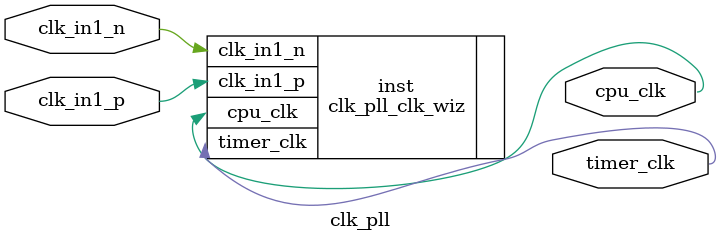
<source format=v>


`timescale 1ps/1ps

(* CORE_GENERATION_INFO = "clk_pll,clk_wiz_v6_0_4_0_0,{component_name=clk_pll,use_phase_alignment=true,use_min_o_jitter=false,use_max_i_jitter=false,use_dyn_phase_shift=false,use_inclk_switchover=false,use_dyn_reconfig=false,enable_axi=0,feedback_source=FDBK_AUTO,PRIMITIVE=PLL,num_out_clk=2,clkin1_period=5.000,clkin2_period=10.0,use_power_down=false,use_reset=false,use_locked=false,use_inclk_stopped=false,feedback_type=SINGLE,CLOCK_MGR_TYPE=NA,manual_override=false}" *)

module clk_pll 
 (
  // Clock out ports
  output        cpu_clk,
  output        timer_clk,
 // Clock in ports
  input         clk_in1_p,
  input         clk_in1_n
 );

  clk_pll_clk_wiz inst
  (
  // Clock out ports  
  .cpu_clk(cpu_clk),
  .timer_clk(timer_clk),
 // Clock in ports
  .clk_in1_p(clk_in1_p),
  .clk_in1_n(clk_in1_n)
  );

endmodule

</source>
